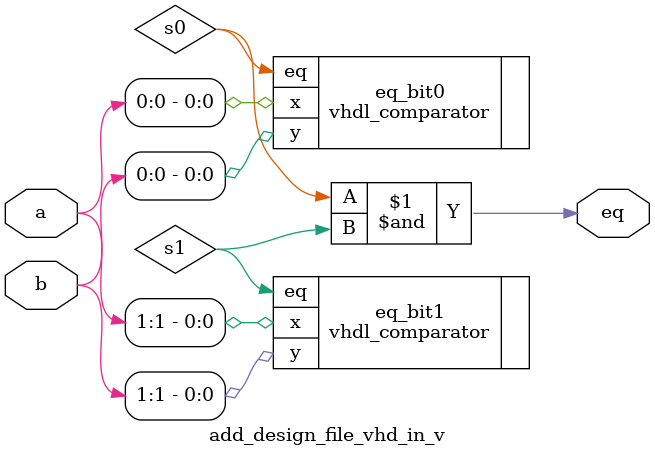
<source format=v>
module add_design_file_vhd_in_v(
    input wire[1:0] a, b,
    output wire eq
);

wire s0, s1;

// instantiate 1 bit comparator
vhdl_comparator eq_bit0 (.x(a[0]), .y(b[0]), .eq(s0));
vhdl_comparator eq_bit1 (.x(a[1]), .y(b[1]), .eq(s1));

assign eq = s0 & s1;
endmodule
</source>
